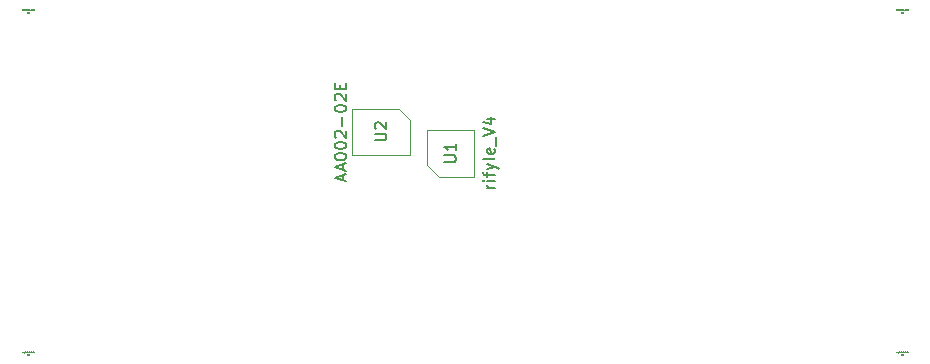
<source format=gbr>
G04 #@! TF.GenerationSoftware,KiCad,Pcbnew,6.0.9-8da3e8f707~117~ubuntu20.04.1*
G04 #@! TF.CreationDate,2022-12-15T16:29:11+01:00*
G04 #@! TF.ProjectId,picsyle-R_magnetic_915,70696373-796c-4652-9d52-5f6d61676e65,rev?*
G04 #@! TF.SameCoordinates,Original*
G04 #@! TF.FileFunction,AssemblyDrawing,Top*
%FSLAX46Y46*%
G04 Gerber Fmt 4.6, Leading zero omitted, Abs format (unit mm)*
G04 Created by KiCad (PCBNEW 6.0.9-8da3e8f707~117~ubuntu20.04.1) date 2022-12-15 16:29:11*
%MOMM*%
%LPD*%
G01*
G04 APERTURE LIST*
%ADD10C,0.010000*%
%ADD11C,0.150000*%
%ADD12C,0.100000*%
G04 APERTURE END LIST*
D10*
X116423809Y-52400238D02*
X116423809Y-52300238D01*
X116423809Y-52347857D02*
X116480952Y-52347857D01*
X116480952Y-52400238D02*
X116480952Y-52300238D01*
X116523809Y-52309761D02*
X116528571Y-52305000D01*
X116538095Y-52300238D01*
X116561904Y-52300238D01*
X116571428Y-52305000D01*
X116576190Y-52309761D01*
X116580952Y-52319285D01*
X116580952Y-52328809D01*
X116576190Y-52343095D01*
X116519047Y-52400238D01*
X116580952Y-52400238D01*
X116045238Y-52083571D02*
X116045238Y-52150238D01*
X116002380Y-52083571D02*
X116002380Y-52135952D01*
X116007142Y-52145476D01*
X116016666Y-52150238D01*
X116030952Y-52150238D01*
X116040476Y-52145476D01*
X116045238Y-52140714D01*
X116092857Y-52083571D02*
X116092857Y-52150238D01*
X116092857Y-52093095D02*
X116097619Y-52088333D01*
X116107142Y-52083571D01*
X116121428Y-52083571D01*
X116130952Y-52088333D01*
X116135714Y-52097857D01*
X116135714Y-52150238D01*
X116183333Y-52083571D02*
X116183333Y-52183571D01*
X116183333Y-52088333D02*
X116192857Y-52083571D01*
X116211904Y-52083571D01*
X116221428Y-52088333D01*
X116226190Y-52093095D01*
X116230952Y-52102619D01*
X116230952Y-52131190D01*
X116226190Y-52140714D01*
X116221428Y-52145476D01*
X116211904Y-52150238D01*
X116192857Y-52150238D01*
X116183333Y-52145476D01*
X116288095Y-52150238D02*
X116278571Y-52145476D01*
X116273809Y-52135952D01*
X116273809Y-52050238D01*
X116369047Y-52150238D02*
X116369047Y-52097857D01*
X116364285Y-52088333D01*
X116354761Y-52083571D01*
X116335714Y-52083571D01*
X116326190Y-52088333D01*
X116369047Y-52145476D02*
X116359523Y-52150238D01*
X116335714Y-52150238D01*
X116326190Y-52145476D01*
X116321428Y-52135952D01*
X116321428Y-52126428D01*
X116326190Y-52116904D01*
X116335714Y-52112142D01*
X116359523Y-52112142D01*
X116369047Y-52107380D01*
X116402380Y-52083571D02*
X116440476Y-52083571D01*
X116416666Y-52050238D02*
X116416666Y-52135952D01*
X116421428Y-52145476D01*
X116430952Y-52150238D01*
X116440476Y-52150238D01*
X116511904Y-52145476D02*
X116502380Y-52150238D01*
X116483333Y-52150238D01*
X116473809Y-52145476D01*
X116469047Y-52135952D01*
X116469047Y-52097857D01*
X116473809Y-52088333D01*
X116483333Y-52083571D01*
X116502380Y-52083571D01*
X116511904Y-52088333D01*
X116516666Y-52097857D01*
X116516666Y-52107380D01*
X116469047Y-52116904D01*
X116602380Y-52150238D02*
X116602380Y-52050238D01*
X116602380Y-52145476D02*
X116592857Y-52150238D01*
X116573809Y-52150238D01*
X116564285Y-52145476D01*
X116559523Y-52140714D01*
X116554761Y-52131190D01*
X116554761Y-52102619D01*
X116559523Y-52093095D01*
X116564285Y-52088333D01*
X116573809Y-52083571D01*
X116592857Y-52083571D01*
X116602380Y-52088333D01*
X116626190Y-52159761D02*
X116702380Y-52159761D01*
X116726190Y-52150238D02*
X116726190Y-52050238D01*
X116769047Y-52150238D02*
X116769047Y-52097857D01*
X116764285Y-52088333D01*
X116754761Y-52083571D01*
X116740476Y-52083571D01*
X116730952Y-52088333D01*
X116726190Y-52093095D01*
X116830952Y-52150238D02*
X116821428Y-52145476D01*
X116816666Y-52140714D01*
X116811904Y-52131190D01*
X116811904Y-52102619D01*
X116816666Y-52093095D01*
X116821428Y-52088333D01*
X116830952Y-52083571D01*
X116845238Y-52083571D01*
X116854761Y-52088333D01*
X116859523Y-52093095D01*
X116864285Y-52102619D01*
X116864285Y-52131190D01*
X116859523Y-52140714D01*
X116854761Y-52145476D01*
X116845238Y-52150238D01*
X116830952Y-52150238D01*
X116921428Y-52150238D02*
X116911904Y-52145476D01*
X116907142Y-52135952D01*
X116907142Y-52050238D01*
X116997619Y-52145476D02*
X116988095Y-52150238D01*
X116969047Y-52150238D01*
X116959523Y-52145476D01*
X116954761Y-52135952D01*
X116954761Y-52097857D01*
X116959523Y-52088333D01*
X116969047Y-52083571D01*
X116988095Y-52083571D01*
X116997619Y-52088333D01*
X117002380Y-52097857D01*
X117002380Y-52107380D01*
X116954761Y-52116904D01*
X42423809Y-52400238D02*
X42423809Y-52300238D01*
X42423809Y-52347857D02*
X42480952Y-52347857D01*
X42480952Y-52400238D02*
X42480952Y-52300238D01*
X42580952Y-52400238D02*
X42523809Y-52400238D01*
X42552380Y-52400238D02*
X42552380Y-52300238D01*
X42542857Y-52314523D01*
X42533333Y-52324047D01*
X42523809Y-52328809D01*
X42045238Y-52083571D02*
X42045238Y-52150238D01*
X42002380Y-52083571D02*
X42002380Y-52135952D01*
X42007142Y-52145476D01*
X42016666Y-52150238D01*
X42030952Y-52150238D01*
X42040476Y-52145476D01*
X42045238Y-52140714D01*
X42092857Y-52083571D02*
X42092857Y-52150238D01*
X42092857Y-52093095D02*
X42097619Y-52088333D01*
X42107142Y-52083571D01*
X42121428Y-52083571D01*
X42130952Y-52088333D01*
X42135714Y-52097857D01*
X42135714Y-52150238D01*
X42183333Y-52083571D02*
X42183333Y-52183571D01*
X42183333Y-52088333D02*
X42192857Y-52083571D01*
X42211904Y-52083571D01*
X42221428Y-52088333D01*
X42226190Y-52093095D01*
X42230952Y-52102619D01*
X42230952Y-52131190D01*
X42226190Y-52140714D01*
X42221428Y-52145476D01*
X42211904Y-52150238D01*
X42192857Y-52150238D01*
X42183333Y-52145476D01*
X42288095Y-52150238D02*
X42278571Y-52145476D01*
X42273809Y-52135952D01*
X42273809Y-52050238D01*
X42369047Y-52150238D02*
X42369047Y-52097857D01*
X42364285Y-52088333D01*
X42354761Y-52083571D01*
X42335714Y-52083571D01*
X42326190Y-52088333D01*
X42369047Y-52145476D02*
X42359523Y-52150238D01*
X42335714Y-52150238D01*
X42326190Y-52145476D01*
X42321428Y-52135952D01*
X42321428Y-52126428D01*
X42326190Y-52116904D01*
X42335714Y-52112142D01*
X42359523Y-52112142D01*
X42369047Y-52107380D01*
X42402380Y-52083571D02*
X42440476Y-52083571D01*
X42416666Y-52050238D02*
X42416666Y-52135952D01*
X42421428Y-52145476D01*
X42430952Y-52150238D01*
X42440476Y-52150238D01*
X42511904Y-52145476D02*
X42502380Y-52150238D01*
X42483333Y-52150238D01*
X42473809Y-52145476D01*
X42469047Y-52135952D01*
X42469047Y-52097857D01*
X42473809Y-52088333D01*
X42483333Y-52083571D01*
X42502380Y-52083571D01*
X42511904Y-52088333D01*
X42516666Y-52097857D01*
X42516666Y-52107380D01*
X42469047Y-52116904D01*
X42602380Y-52150238D02*
X42602380Y-52050238D01*
X42602380Y-52145476D02*
X42592857Y-52150238D01*
X42573809Y-52150238D01*
X42564285Y-52145476D01*
X42559523Y-52140714D01*
X42554761Y-52131190D01*
X42554761Y-52102619D01*
X42559523Y-52093095D01*
X42564285Y-52088333D01*
X42573809Y-52083571D01*
X42592857Y-52083571D01*
X42602380Y-52088333D01*
X42626190Y-52159761D02*
X42702380Y-52159761D01*
X42726190Y-52150238D02*
X42726190Y-52050238D01*
X42769047Y-52150238D02*
X42769047Y-52097857D01*
X42764285Y-52088333D01*
X42754761Y-52083571D01*
X42740476Y-52083571D01*
X42730952Y-52088333D01*
X42726190Y-52093095D01*
X42830952Y-52150238D02*
X42821428Y-52145476D01*
X42816666Y-52140714D01*
X42811904Y-52131190D01*
X42811904Y-52102619D01*
X42816666Y-52093095D01*
X42821428Y-52088333D01*
X42830952Y-52083571D01*
X42845238Y-52083571D01*
X42854761Y-52088333D01*
X42859523Y-52093095D01*
X42864285Y-52102619D01*
X42864285Y-52131190D01*
X42859523Y-52140714D01*
X42854761Y-52145476D01*
X42845238Y-52150238D01*
X42830952Y-52150238D01*
X42921428Y-52150238D02*
X42911904Y-52145476D01*
X42907142Y-52135952D01*
X42907142Y-52050238D01*
X42997619Y-52145476D02*
X42988095Y-52150238D01*
X42969047Y-52150238D01*
X42959523Y-52145476D01*
X42954761Y-52135952D01*
X42954761Y-52097857D01*
X42959523Y-52088333D01*
X42969047Y-52083571D01*
X42988095Y-52083571D01*
X42997619Y-52088333D01*
X43002380Y-52097857D01*
X43002380Y-52107380D01*
X42954761Y-52116904D01*
X42423809Y-81400238D02*
X42423809Y-81300238D01*
X42423809Y-81347857D02*
X42480952Y-81347857D01*
X42480952Y-81400238D02*
X42480952Y-81300238D01*
X42571428Y-81333571D02*
X42571428Y-81400238D01*
X42547619Y-81295476D02*
X42523809Y-81366904D01*
X42585714Y-81366904D01*
X42045238Y-81083571D02*
X42045238Y-81150238D01*
X42002380Y-81083571D02*
X42002380Y-81135952D01*
X42007142Y-81145476D01*
X42016666Y-81150238D01*
X42030952Y-81150238D01*
X42040476Y-81145476D01*
X42045238Y-81140714D01*
X42092857Y-81083571D02*
X42092857Y-81150238D01*
X42092857Y-81093095D02*
X42097619Y-81088333D01*
X42107142Y-81083571D01*
X42121428Y-81083571D01*
X42130952Y-81088333D01*
X42135714Y-81097857D01*
X42135714Y-81150238D01*
X42183333Y-81083571D02*
X42183333Y-81183571D01*
X42183333Y-81088333D02*
X42192857Y-81083571D01*
X42211904Y-81083571D01*
X42221428Y-81088333D01*
X42226190Y-81093095D01*
X42230952Y-81102619D01*
X42230952Y-81131190D01*
X42226190Y-81140714D01*
X42221428Y-81145476D01*
X42211904Y-81150238D01*
X42192857Y-81150238D01*
X42183333Y-81145476D01*
X42288095Y-81150238D02*
X42278571Y-81145476D01*
X42273809Y-81135952D01*
X42273809Y-81050238D01*
X42369047Y-81150238D02*
X42369047Y-81097857D01*
X42364285Y-81088333D01*
X42354761Y-81083571D01*
X42335714Y-81083571D01*
X42326190Y-81088333D01*
X42369047Y-81145476D02*
X42359523Y-81150238D01*
X42335714Y-81150238D01*
X42326190Y-81145476D01*
X42321428Y-81135952D01*
X42321428Y-81126428D01*
X42326190Y-81116904D01*
X42335714Y-81112142D01*
X42359523Y-81112142D01*
X42369047Y-81107380D01*
X42402380Y-81083571D02*
X42440476Y-81083571D01*
X42416666Y-81050238D02*
X42416666Y-81135952D01*
X42421428Y-81145476D01*
X42430952Y-81150238D01*
X42440476Y-81150238D01*
X42511904Y-81145476D02*
X42502380Y-81150238D01*
X42483333Y-81150238D01*
X42473809Y-81145476D01*
X42469047Y-81135952D01*
X42469047Y-81097857D01*
X42473809Y-81088333D01*
X42483333Y-81083571D01*
X42502380Y-81083571D01*
X42511904Y-81088333D01*
X42516666Y-81097857D01*
X42516666Y-81107380D01*
X42469047Y-81116904D01*
X42602380Y-81150238D02*
X42602380Y-81050238D01*
X42602380Y-81145476D02*
X42592857Y-81150238D01*
X42573809Y-81150238D01*
X42564285Y-81145476D01*
X42559523Y-81140714D01*
X42554761Y-81131190D01*
X42554761Y-81102619D01*
X42559523Y-81093095D01*
X42564285Y-81088333D01*
X42573809Y-81083571D01*
X42592857Y-81083571D01*
X42602380Y-81088333D01*
X42626190Y-81159761D02*
X42702380Y-81159761D01*
X42726190Y-81150238D02*
X42726190Y-81050238D01*
X42769047Y-81150238D02*
X42769047Y-81097857D01*
X42764285Y-81088333D01*
X42754761Y-81083571D01*
X42740476Y-81083571D01*
X42730952Y-81088333D01*
X42726190Y-81093095D01*
X42830952Y-81150238D02*
X42821428Y-81145476D01*
X42816666Y-81140714D01*
X42811904Y-81131190D01*
X42811904Y-81102619D01*
X42816666Y-81093095D01*
X42821428Y-81088333D01*
X42830952Y-81083571D01*
X42845238Y-81083571D01*
X42854761Y-81088333D01*
X42859523Y-81093095D01*
X42864285Y-81102619D01*
X42864285Y-81131190D01*
X42859523Y-81140714D01*
X42854761Y-81145476D01*
X42845238Y-81150238D01*
X42830952Y-81150238D01*
X42921428Y-81150238D02*
X42911904Y-81145476D01*
X42907142Y-81135952D01*
X42907142Y-81050238D01*
X42997619Y-81145476D02*
X42988095Y-81150238D01*
X42969047Y-81150238D01*
X42959523Y-81145476D01*
X42954761Y-81135952D01*
X42954761Y-81097857D01*
X42959523Y-81088333D01*
X42969047Y-81083571D01*
X42988095Y-81083571D01*
X42997619Y-81088333D01*
X43002380Y-81097857D01*
X43002380Y-81107380D01*
X42954761Y-81116904D01*
D11*
X69166666Y-66589047D02*
X69166666Y-66112857D01*
X69452380Y-66684285D02*
X68452380Y-66350952D01*
X69452380Y-66017619D01*
X69166666Y-65731904D02*
X69166666Y-65255714D01*
X69452380Y-65827142D02*
X68452380Y-65493809D01*
X69452380Y-65160476D01*
X68452380Y-64636666D02*
X68452380Y-64541428D01*
X68500000Y-64446190D01*
X68547619Y-64398571D01*
X68642857Y-64350952D01*
X68833333Y-64303333D01*
X69071428Y-64303333D01*
X69261904Y-64350952D01*
X69357142Y-64398571D01*
X69404761Y-64446190D01*
X69452380Y-64541428D01*
X69452380Y-64636666D01*
X69404761Y-64731904D01*
X69357142Y-64779523D01*
X69261904Y-64827142D01*
X69071428Y-64874761D01*
X68833333Y-64874761D01*
X68642857Y-64827142D01*
X68547619Y-64779523D01*
X68500000Y-64731904D01*
X68452380Y-64636666D01*
X68452380Y-63684285D02*
X68452380Y-63589047D01*
X68500000Y-63493809D01*
X68547619Y-63446190D01*
X68642857Y-63398571D01*
X68833333Y-63350952D01*
X69071428Y-63350952D01*
X69261904Y-63398571D01*
X69357142Y-63446190D01*
X69404761Y-63493809D01*
X69452380Y-63589047D01*
X69452380Y-63684285D01*
X69404761Y-63779523D01*
X69357142Y-63827142D01*
X69261904Y-63874761D01*
X69071428Y-63922380D01*
X68833333Y-63922380D01*
X68642857Y-63874761D01*
X68547619Y-63827142D01*
X68500000Y-63779523D01*
X68452380Y-63684285D01*
X68547619Y-62970000D02*
X68500000Y-62922380D01*
X68452380Y-62827142D01*
X68452380Y-62589047D01*
X68500000Y-62493809D01*
X68547619Y-62446190D01*
X68642857Y-62398571D01*
X68738095Y-62398571D01*
X68880952Y-62446190D01*
X69452380Y-63017619D01*
X69452380Y-62398571D01*
X69071428Y-61970000D02*
X69071428Y-61208095D01*
X68452380Y-60541428D02*
X68452380Y-60446190D01*
X68500000Y-60350952D01*
X68547619Y-60303333D01*
X68642857Y-60255714D01*
X68833333Y-60208095D01*
X69071428Y-60208095D01*
X69261904Y-60255714D01*
X69357142Y-60303333D01*
X69404761Y-60350952D01*
X69452380Y-60446190D01*
X69452380Y-60541428D01*
X69404761Y-60636666D01*
X69357142Y-60684285D01*
X69261904Y-60731904D01*
X69071428Y-60779523D01*
X68833333Y-60779523D01*
X68642857Y-60731904D01*
X68547619Y-60684285D01*
X68500000Y-60636666D01*
X68452380Y-60541428D01*
X68547619Y-59827142D02*
X68500000Y-59779523D01*
X68452380Y-59684285D01*
X68452380Y-59446190D01*
X68500000Y-59350952D01*
X68547619Y-59303333D01*
X68642857Y-59255714D01*
X68738095Y-59255714D01*
X68880952Y-59303333D01*
X69452380Y-59874761D01*
X69452380Y-59255714D01*
X68928571Y-58827142D02*
X68928571Y-58493809D01*
X69452380Y-58350952D02*
X69452380Y-58827142D01*
X68452380Y-58827142D01*
X68452380Y-58350952D01*
X71863333Y-63216666D02*
X72656666Y-63216666D01*
X72750000Y-63170000D01*
X72796666Y-63123333D01*
X72843333Y-63030000D01*
X72843333Y-62843333D01*
X72796666Y-62750000D01*
X72750000Y-62703333D01*
X72656666Y-62656666D01*
X71863333Y-62656666D01*
X71956666Y-62236666D02*
X71910000Y-62190000D01*
X71863333Y-62096666D01*
X71863333Y-61863333D01*
X71910000Y-61770000D01*
X71956666Y-61723333D01*
X72050000Y-61676666D01*
X72143333Y-61676666D01*
X72283333Y-61723333D01*
X72843333Y-62283333D01*
X72843333Y-61676666D01*
X82032380Y-67242380D02*
X81365714Y-67242380D01*
X81556190Y-67242380D02*
X81460952Y-67194761D01*
X81413333Y-67147142D01*
X81365714Y-67051904D01*
X81365714Y-66956666D01*
X82032380Y-66623333D02*
X81365714Y-66623333D01*
X81032380Y-66623333D02*
X81080000Y-66670952D01*
X81127619Y-66623333D01*
X81080000Y-66575714D01*
X81032380Y-66623333D01*
X81127619Y-66623333D01*
X81365714Y-66290000D02*
X81365714Y-65909047D01*
X82032380Y-66147142D02*
X81175238Y-66147142D01*
X81080000Y-66099523D01*
X81032380Y-66004285D01*
X81032380Y-65909047D01*
X81365714Y-65670952D02*
X82032380Y-65432857D01*
X81365714Y-65194761D02*
X82032380Y-65432857D01*
X82270476Y-65528095D01*
X82318095Y-65575714D01*
X82365714Y-65670952D01*
X82032380Y-64670952D02*
X81984761Y-64766190D01*
X81889523Y-64813809D01*
X81032380Y-64813809D01*
X81984761Y-63909047D02*
X82032380Y-64004285D01*
X82032380Y-64194761D01*
X81984761Y-64290000D01*
X81889523Y-64337619D01*
X81508571Y-64337619D01*
X81413333Y-64290000D01*
X81365714Y-64194761D01*
X81365714Y-64004285D01*
X81413333Y-63909047D01*
X81508571Y-63861428D01*
X81603809Y-63861428D01*
X81699047Y-64337619D01*
X82127619Y-63670952D02*
X82127619Y-62909047D01*
X81032380Y-62813809D02*
X82032380Y-62480476D01*
X81032380Y-62147142D01*
X81365714Y-61385238D02*
X82032380Y-61385238D01*
X80984761Y-61623333D02*
X81699047Y-61861428D01*
X81699047Y-61242380D01*
X77732380Y-65051904D02*
X78541904Y-65051904D01*
X78637142Y-65004285D01*
X78684761Y-64956666D01*
X78732380Y-64861428D01*
X78732380Y-64670952D01*
X78684761Y-64575714D01*
X78637142Y-64528095D01*
X78541904Y-64480476D01*
X77732380Y-64480476D01*
X78732380Y-63480476D02*
X78732380Y-64051904D01*
X78732380Y-63766190D02*
X77732380Y-63766190D01*
X77875238Y-63861428D01*
X77970476Y-63956666D01*
X78018095Y-64051904D01*
D10*
X116423809Y-81400238D02*
X116423809Y-81300238D01*
X116423809Y-81347857D02*
X116480952Y-81347857D01*
X116480952Y-81400238D02*
X116480952Y-81300238D01*
X116519047Y-81300238D02*
X116580952Y-81300238D01*
X116547619Y-81338333D01*
X116561904Y-81338333D01*
X116571428Y-81343095D01*
X116576190Y-81347857D01*
X116580952Y-81357380D01*
X116580952Y-81381190D01*
X116576190Y-81390714D01*
X116571428Y-81395476D01*
X116561904Y-81400238D01*
X116533333Y-81400238D01*
X116523809Y-81395476D01*
X116519047Y-81390714D01*
X116045238Y-81083571D02*
X116045238Y-81150238D01*
X116002380Y-81083571D02*
X116002380Y-81135952D01*
X116007142Y-81145476D01*
X116016666Y-81150238D01*
X116030952Y-81150238D01*
X116040476Y-81145476D01*
X116045238Y-81140714D01*
X116092857Y-81083571D02*
X116092857Y-81150238D01*
X116092857Y-81093095D02*
X116097619Y-81088333D01*
X116107142Y-81083571D01*
X116121428Y-81083571D01*
X116130952Y-81088333D01*
X116135714Y-81097857D01*
X116135714Y-81150238D01*
X116183333Y-81083571D02*
X116183333Y-81183571D01*
X116183333Y-81088333D02*
X116192857Y-81083571D01*
X116211904Y-81083571D01*
X116221428Y-81088333D01*
X116226190Y-81093095D01*
X116230952Y-81102619D01*
X116230952Y-81131190D01*
X116226190Y-81140714D01*
X116221428Y-81145476D01*
X116211904Y-81150238D01*
X116192857Y-81150238D01*
X116183333Y-81145476D01*
X116288095Y-81150238D02*
X116278571Y-81145476D01*
X116273809Y-81135952D01*
X116273809Y-81050238D01*
X116369047Y-81150238D02*
X116369047Y-81097857D01*
X116364285Y-81088333D01*
X116354761Y-81083571D01*
X116335714Y-81083571D01*
X116326190Y-81088333D01*
X116369047Y-81145476D02*
X116359523Y-81150238D01*
X116335714Y-81150238D01*
X116326190Y-81145476D01*
X116321428Y-81135952D01*
X116321428Y-81126428D01*
X116326190Y-81116904D01*
X116335714Y-81112142D01*
X116359523Y-81112142D01*
X116369047Y-81107380D01*
X116402380Y-81083571D02*
X116440476Y-81083571D01*
X116416666Y-81050238D02*
X116416666Y-81135952D01*
X116421428Y-81145476D01*
X116430952Y-81150238D01*
X116440476Y-81150238D01*
X116511904Y-81145476D02*
X116502380Y-81150238D01*
X116483333Y-81150238D01*
X116473809Y-81145476D01*
X116469047Y-81135952D01*
X116469047Y-81097857D01*
X116473809Y-81088333D01*
X116483333Y-81083571D01*
X116502380Y-81083571D01*
X116511904Y-81088333D01*
X116516666Y-81097857D01*
X116516666Y-81107380D01*
X116469047Y-81116904D01*
X116602380Y-81150238D02*
X116602380Y-81050238D01*
X116602380Y-81145476D02*
X116592857Y-81150238D01*
X116573809Y-81150238D01*
X116564285Y-81145476D01*
X116559523Y-81140714D01*
X116554761Y-81131190D01*
X116554761Y-81102619D01*
X116559523Y-81093095D01*
X116564285Y-81088333D01*
X116573809Y-81083571D01*
X116592857Y-81083571D01*
X116602380Y-81088333D01*
X116626190Y-81159761D02*
X116702380Y-81159761D01*
X116726190Y-81150238D02*
X116726190Y-81050238D01*
X116769047Y-81150238D02*
X116769047Y-81097857D01*
X116764285Y-81088333D01*
X116754761Y-81083571D01*
X116740476Y-81083571D01*
X116730952Y-81088333D01*
X116726190Y-81093095D01*
X116830952Y-81150238D02*
X116821428Y-81145476D01*
X116816666Y-81140714D01*
X116811904Y-81131190D01*
X116811904Y-81102619D01*
X116816666Y-81093095D01*
X116821428Y-81088333D01*
X116830952Y-81083571D01*
X116845238Y-81083571D01*
X116854761Y-81088333D01*
X116859523Y-81093095D01*
X116864285Y-81102619D01*
X116864285Y-81131190D01*
X116859523Y-81140714D01*
X116854761Y-81145476D01*
X116845238Y-81150238D01*
X116830952Y-81150238D01*
X116921428Y-81150238D02*
X116911904Y-81145476D01*
X116907142Y-81135952D01*
X116907142Y-81050238D01*
X116997619Y-81145476D02*
X116988095Y-81150238D01*
X116969047Y-81150238D01*
X116959523Y-81145476D01*
X116954761Y-81135952D01*
X116954761Y-81097857D01*
X116959523Y-81088333D01*
X116969047Y-81083571D01*
X116988095Y-81083571D01*
X116997619Y-81088333D01*
X117002380Y-81097857D01*
X117002380Y-81107380D01*
X116954761Y-81116904D01*
D12*
X74850000Y-61495000D02*
X74850000Y-64420000D01*
X73875000Y-60520000D02*
X74850000Y-61495000D01*
X69950000Y-60520000D02*
X73875000Y-60520000D01*
X74850000Y-64420000D02*
X69950000Y-64420000D01*
X69950000Y-64420000D02*
X69950000Y-60520000D01*
X80280000Y-66290000D02*
X77280000Y-66290000D01*
X76280000Y-62290000D02*
X80280000Y-62290000D01*
X77280000Y-66290000D02*
X76280000Y-65290000D01*
X76280000Y-65290000D02*
X76280000Y-62290000D01*
X80280000Y-62290000D02*
X80280000Y-66290000D01*
M02*

</source>
